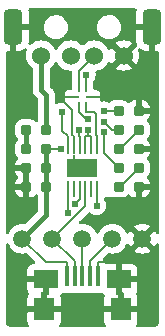
<source format=gtl>
G04 #@! TF.GenerationSoftware,KiCad,Pcbnew,(6.0.7-1)-1*
G04 #@! TF.CreationDate,2022-11-13T18:32:43+09:00*
G04 #@! TF.ProjectId,usbSerial,75736253-6572-4696-916c-2e6b69636164,V1.0*
G04 #@! TF.SameCoordinates,Original*
G04 #@! TF.FileFunction,Copper,L1,Top*
G04 #@! TF.FilePolarity,Positive*
%FSLAX46Y46*%
G04 Gerber Fmt 4.6, Leading zero omitted, Abs format (unit mm)*
G04 Created by KiCad (PCBNEW (6.0.7-1)-1) date 2022-11-13 18:32:43*
%MOMM*%
%LPD*%
G01*
G04 APERTURE LIST*
G04 Aperture macros list*
%AMRoundRect*
0 Rectangle with rounded corners*
0 $1 Rounding radius*
0 $2 $3 $4 $5 $6 $7 $8 $9 X,Y pos of 4 corners*
0 Add a 4 corners polygon primitive as box body*
4,1,4,$2,$3,$4,$5,$6,$7,$8,$9,$2,$3,0*
0 Add four circle primitives for the rounded corners*
1,1,$1+$1,$2,$3*
1,1,$1+$1,$4,$5*
1,1,$1+$1,$6,$7*
1,1,$1+$1,$8,$9*
0 Add four rect primitives between the rounded corners*
20,1,$1+$1,$2,$3,$4,$5,0*
20,1,$1+$1,$4,$5,$6,$7,0*
20,1,$1+$1,$6,$7,$8,$9,0*
20,1,$1+$1,$8,$9,$2,$3,0*%
G04 Aperture macros list end*
G04 #@! TA.AperFunction,SMDPad,CuDef*
%ADD10RoundRect,0.200000X0.250000X0.200000X-0.250000X0.200000X-0.250000X-0.200000X0.250000X-0.200000X0*%
G04 #@! TD*
G04 #@! TA.AperFunction,SMDPad,CuDef*
%ADD11R,0.300000X1.750000*%
G04 #@! TD*
G04 #@! TA.AperFunction,SMDPad,CuDef*
%ADD12R,2.100000X1.600000*%
G04 #@! TD*
G04 #@! TA.AperFunction,ComponentPad*
%ADD13R,1.800000X1.900000*%
G04 #@! TD*
G04 #@! TA.AperFunction,SMDPad,CuDef*
%ADD14R,0.150000X1.400000*%
G04 #@! TD*
G04 #@! TA.AperFunction,SMDPad,CuDef*
%ADD15R,0.150000X0.350000*%
G04 #@! TD*
G04 #@! TA.AperFunction,SMDPad,CuDef*
%ADD16R,2.500000X1.500000*%
G04 #@! TD*
G04 #@! TA.AperFunction,ComponentPad*
%ADD17C,1.500000*%
G04 #@! TD*
G04 #@! TA.AperFunction,SMDPad,CuDef*
%ADD18R,0.200000X0.675000*%
G04 #@! TD*
G04 #@! TA.AperFunction,SMDPad,CuDef*
%ADD19R,0.700000X0.200000*%
G04 #@! TD*
G04 #@! TA.AperFunction,SMDPad,CuDef*
%ADD20RoundRect,0.200000X-0.250000X-0.200000X0.250000X-0.200000X0.250000X0.200000X-0.250000X0.200000X0*%
G04 #@! TD*
G04 #@! TA.AperFunction,ComponentPad*
%ADD21C,1.524000*%
G04 #@! TD*
G04 #@! TA.AperFunction,ComponentPad*
%ADD22RoundRect,0.400000X0.400000X1.100000X-0.400000X1.100000X-0.400000X-1.100000X0.400000X-1.100000X0*%
G04 #@! TD*
G04 #@! TA.AperFunction,ViaPad*
%ADD23C,0.609600*%
G04 #@! TD*
G04 #@! TA.AperFunction,Conductor*
%ADD24C,0.152400*%
G04 #@! TD*
G04 #@! TA.AperFunction,Conductor*
%ADD25C,0.406400*%
G04 #@! TD*
G04 #@! TA.AperFunction,Conductor*
%ADD26C,0.203200*%
G04 #@! TD*
G04 APERTURE END LIST*
D10*
X-3050000Y1600000D03*
X-4750000Y1600000D03*
D11*
X-1300000Y-9125000D03*
X-650000Y-9125000D03*
X0Y-9125000D03*
X650000Y-9125000D03*
X1300000Y-9125000D03*
D12*
X3100000Y-9450000D03*
D13*
X-3250000Y-12000000D03*
D12*
X-3100000Y-9450000D03*
D13*
X3250000Y-12000000D03*
D10*
X4750000Y-1600000D03*
X3050000Y-1600000D03*
D14*
X1250000Y1800000D03*
X750000Y1800000D03*
X250000Y1800000D03*
X-250000Y1800000D03*
X-750000Y1800000D03*
X-1250000Y1800000D03*
X-1250000Y-1800000D03*
X-750000Y-1800000D03*
X-250000Y-1800000D03*
X250000Y-1800000D03*
X750000Y-1800000D03*
X1250000Y-1800000D03*
D15*
X-750000Y925000D03*
D16*
X0Y0D03*
D17*
X-5080000Y-6000000D03*
X0Y-6000000D03*
D10*
X4750000Y3200000D03*
X3050000Y3200000D03*
D17*
X2540000Y-6000000D03*
D18*
X-275000Y6787500D03*
X275000Y6787500D03*
D19*
X650000Y6000000D03*
D18*
X275000Y5212500D03*
X-275000Y5212500D03*
D19*
X-650000Y6000000D03*
D10*
X-3050000Y0D03*
X-4750000Y0D03*
D20*
X3050000Y4800000D03*
X4750000Y4800000D03*
D10*
X4750000Y0D03*
X3050000Y0D03*
X4750000Y1600000D03*
X3050000Y1600000D03*
D17*
X5080000Y-6000000D03*
D10*
X-3050000Y-1600000D03*
X-4750000Y-1600000D03*
D20*
X-4750000Y3200000D03*
X-3050000Y3200000D03*
D17*
X-2540000Y-6000000D03*
D21*
X-3500000Y9500000D03*
X-1000000Y9500000D03*
X1000000Y9500000D03*
X3500000Y9500000D03*
D22*
X-5850000Y11900000D03*
X5850000Y11900000D03*
D23*
X1800000Y3900000D03*
X-318890Y3193413D03*
X-1832502Y1600000D03*
X-2000000Y6000000D03*
X500000Y3200000D03*
X1800000Y4800000D03*
X-666300Y-3100000D03*
X308700Y7877561D03*
X-1200000Y-3800000D03*
X1833700Y3000000D03*
X-1700000Y4700000D03*
X500000Y4116300D03*
X1200000Y-3200000D03*
D24*
X2500000Y3200000D02*
X1800000Y3900000D01*
D25*
X-3050000Y1600000D02*
X-3050000Y-1600000D01*
D26*
X-3080000Y-8000000D02*
X-5080000Y-6000000D01*
D25*
X-3050000Y-1600000D02*
X-3050000Y-3970000D01*
X-3050000Y-3970000D02*
X-5080000Y-6000000D01*
D24*
X3050000Y3200000D02*
X2500000Y3200000D01*
D26*
X-1300000Y-8000000D02*
X-3080000Y-8000000D01*
D24*
X-1832502Y1600000D02*
X-3050000Y1600000D01*
D26*
X-1300000Y-9125000D02*
X-1300000Y-8000000D01*
D24*
X-318890Y2718890D02*
X-318890Y3193413D01*
X-250000Y2650000D02*
X-318890Y2718890D01*
X-250000Y1800000D02*
X-250000Y2650000D01*
X650000Y6000000D02*
X1500000Y6000000D01*
D26*
X5080000Y-6000000D02*
X3080000Y-8000000D01*
D24*
X-750000Y2650000D02*
X-903090Y2803090D01*
X-650000Y6000000D02*
X-1500000Y6000000D01*
X-903090Y4903090D02*
X-2000000Y6000000D01*
X-750000Y1800000D02*
X-750000Y2650000D01*
X-903090Y2803090D02*
X-903090Y4903090D01*
D26*
X1300000Y-9125000D02*
X1300000Y-8000000D01*
X3080000Y-8000000D02*
X1300000Y-8000000D01*
D24*
X-666300Y-3066300D02*
X-666300Y-3100000D01*
X750000Y2650000D02*
X700000Y2700000D01*
X250000Y2650000D02*
X300000Y2700000D01*
X250000Y1800000D02*
X250000Y2650000D01*
X500000Y2700000D02*
X300000Y2700000D01*
X750000Y1800000D02*
X750000Y2650000D01*
X1800000Y4800000D02*
X3050000Y4800000D01*
X500000Y2700000D02*
X500000Y3200000D01*
X-250000Y-1800000D02*
X-250000Y-2650000D01*
X-250000Y-2650000D02*
X-666300Y-3066300D01*
X700000Y2700000D02*
X500000Y2700000D01*
D26*
X3150000Y1600000D02*
X3050000Y1600000D01*
X4750000Y3200000D02*
X3150000Y1600000D01*
X4750000Y0D02*
X3150000Y-1600000D01*
X3150000Y-1600000D02*
X3050000Y-1600000D01*
D25*
X-4750000Y3200000D02*
X-4750000Y1600000D01*
X-3500000Y9500000D02*
X-3500000Y6600000D01*
X-3500000Y6600000D02*
X-3050000Y6150000D01*
X-3050000Y6150000D02*
X-3050000Y3200000D01*
D24*
X275000Y7843861D02*
X308700Y7877561D01*
X275000Y6787500D02*
X275000Y7843861D01*
X-275000Y8225000D02*
X1000000Y9500000D01*
X-275000Y6787500D02*
X-275000Y8225000D01*
X250000Y-3210000D02*
X-2540000Y-6000000D01*
X250000Y-1800000D02*
X250000Y-3210000D01*
D26*
X-650000Y-7890000D02*
X-2540000Y-6000000D01*
X-650000Y-9125000D02*
X-650000Y-7890000D01*
X0Y-9125000D02*
X0Y-6000000D01*
D24*
X-1200000Y-3800000D02*
X-1250000Y-3750000D01*
X-1250000Y-3750000D02*
X-1250000Y-1800000D01*
D26*
X650000Y-7890000D02*
X2540000Y-6000000D01*
X650000Y-9125000D02*
X650000Y-7890000D01*
D24*
X1833700Y1216300D02*
X1833700Y3000000D01*
X-1250000Y2650000D02*
X-1700000Y3100000D01*
X3050000Y0D02*
X1833700Y1216300D01*
X-1700000Y3100000D02*
X-1700000Y4700000D01*
X-1250000Y1800000D02*
X-1250000Y2650000D01*
X1150000Y4550000D02*
X1150000Y2800000D01*
X1250000Y1800000D02*
X1250000Y2700000D01*
X275000Y4725000D02*
X300000Y4700000D01*
X1250000Y2700000D02*
X1150000Y2800000D01*
X1000000Y4700000D02*
X1150000Y4550000D01*
X300000Y4700000D02*
X1000000Y4700000D01*
X275000Y5212500D02*
X275000Y4725000D01*
X-275000Y5212500D02*
X-275000Y4722600D01*
X331300Y4116300D02*
X500000Y4116300D01*
X-275000Y4722600D02*
X331300Y4116300D01*
X1250000Y-3150000D02*
X1250000Y-1800000D01*
X1200000Y-3200000D02*
X1250000Y-3150000D01*
G04 #@! TA.AperFunction,Conductor*
G36*
X4546240Y13471498D02*
G01*
X4592733Y13417842D01*
X4602837Y13347568D01*
X4597540Y13327218D01*
X4597639Y13327191D01*
X4549733Y13148403D01*
X4547786Y13137069D01*
X4542193Y13066010D01*
X4542000Y13061085D01*
X4542000Y12172115D01*
X4546475Y12156876D01*
X4547865Y12155671D01*
X4555548Y12154000D01*
X5978000Y12154000D01*
X6046121Y12133998D01*
X6092614Y12080342D01*
X6104000Y12028000D01*
X6104000Y9910115D01*
X6108475Y9894876D01*
X6109865Y9893671D01*
X6117548Y9892000D01*
X6311085Y9892000D01*
X6316013Y9892193D01*
X6355615Y9895310D01*
X6425095Y9880714D01*
X6475654Y9830871D01*
X6491500Y9769698D01*
X6491500Y-5481940D01*
X6471498Y-5550061D01*
X6417842Y-5596554D01*
X6347568Y-5606658D01*
X6282988Y-5577164D01*
X6251305Y-5535190D01*
X6175946Y-5373583D01*
X6170466Y-5364093D01*
X6141589Y-5322851D01*
X6131113Y-5314477D01*
X6117666Y-5321545D01*
X5452021Y-5987189D01*
X5444408Y-6001132D01*
X5444539Y-6002966D01*
X5448790Y-6009580D01*
X6118391Y-6679180D01*
X6130161Y-6685607D01*
X6142176Y-6676311D01*
X6170466Y-6635907D01*
X6175946Y-6626417D01*
X6251305Y-6464810D01*
X6298223Y-6411525D01*
X6366500Y-6392064D01*
X6434460Y-6412606D01*
X6480525Y-6466629D01*
X6491500Y-6518060D01*
X6491500Y-12950633D01*
X6490000Y-12970018D01*
X6489269Y-12974716D01*
X6486309Y-12993724D01*
X6487473Y-13002626D01*
X6487489Y-13002750D01*
X6487760Y-13033193D01*
X6480766Y-13095264D01*
X6474487Y-13122771D01*
X6447515Y-13199853D01*
X6435273Y-13225274D01*
X6391822Y-13294426D01*
X6374230Y-13316485D01*
X6316485Y-13374230D01*
X6294426Y-13391822D01*
X6225274Y-13435273D01*
X6199853Y-13447515D01*
X6122772Y-13474487D01*
X6095264Y-13480766D01*
X6039774Y-13487018D01*
X6024132Y-13486923D01*
X6024121Y-13487800D01*
X6015149Y-13487690D01*
X6006276Y-13486309D01*
X5997374Y-13487473D01*
X5997372Y-13487473D01*
X5986385Y-13488910D01*
X5974714Y-13490436D01*
X5958379Y-13491500D01*
X4630944Y-13491500D01*
X4562823Y-13471498D01*
X4516330Y-13417842D01*
X4506226Y-13347568D01*
X4530118Y-13289935D01*
X4594786Y-13203649D01*
X4603324Y-13188054D01*
X4648478Y-13067606D01*
X4652105Y-13052351D01*
X4657631Y-13001486D01*
X4658000Y-12994672D01*
X4658000Y-12272115D01*
X4653525Y-12256876D01*
X4652135Y-12255671D01*
X4644452Y-12254000D01*
X1860116Y-12254000D01*
X1844877Y-12258475D01*
X1843672Y-12259865D01*
X1842001Y-12267548D01*
X1842001Y-12994669D01*
X1842371Y-13001490D01*
X1847895Y-13052352D01*
X1851521Y-13067604D01*
X1896676Y-13188054D01*
X1905214Y-13203649D01*
X1969882Y-13289935D01*
X1994730Y-13356442D01*
X1979677Y-13425824D01*
X1929503Y-13476054D01*
X1869056Y-13491500D01*
X-1869056Y-13491500D01*
X-1937177Y-13471498D01*
X-1983670Y-13417842D01*
X-1993774Y-13347568D01*
X-1969882Y-13289935D01*
X-1905214Y-13203649D01*
X-1896676Y-13188054D01*
X-1851522Y-13067606D01*
X-1847895Y-13052351D01*
X-1842369Y-13001486D01*
X-1842000Y-12994672D01*
X-1842000Y-12272115D01*
X-1846475Y-12256876D01*
X-1847865Y-12255671D01*
X-1855548Y-12254000D01*
X-4639884Y-12254000D01*
X-4655123Y-12258475D01*
X-4656328Y-12259865D01*
X-4657999Y-12267548D01*
X-4657999Y-12994669D01*
X-4657629Y-13001490D01*
X-4652105Y-13052352D01*
X-4648479Y-13067604D01*
X-4603324Y-13188054D01*
X-4594786Y-13203649D01*
X-4530118Y-13289935D01*
X-4505270Y-13356442D01*
X-4520323Y-13425824D01*
X-4570497Y-13476054D01*
X-4630944Y-13491500D01*
X-5950634Y-13491500D01*
X-5970019Y-13490000D01*
X-5984852Y-13487690D01*
X-5984856Y-13487690D01*
X-5993725Y-13486309D01*
X-6002627Y-13487473D01*
X-6002632Y-13487473D01*
X-6002751Y-13487489D01*
X-6033188Y-13487760D01*
X-6095263Y-13480766D01*
X-6122768Y-13474488D01*
X-6199859Y-13447513D01*
X-6225275Y-13435273D01*
X-6294427Y-13391822D01*
X-6316486Y-13374230D01*
X-6374230Y-13316486D01*
X-6391822Y-13294427D01*
X-6391823Y-13294426D01*
X-6435274Y-13225273D01*
X-6447513Y-13199859D01*
X-6474488Y-13122768D01*
X-6480766Y-13095264D01*
X-6487018Y-13039776D01*
X-6486923Y-13024133D01*
X-6487800Y-13024122D01*
X-6487690Y-13015150D01*
X-6486309Y-13006277D01*
X-6489110Y-12984852D01*
X-6490436Y-12974716D01*
X-6491500Y-12958379D01*
X-6491500Y-11727885D01*
X-4658000Y-11727885D01*
X-4653525Y-11743124D01*
X-4652135Y-11744329D01*
X-4644452Y-11746000D01*
X-3522115Y-11746000D01*
X-3506876Y-11741525D01*
X-3505671Y-11740135D01*
X-3504000Y-11732452D01*
X-3504000Y-10628000D01*
X-3483998Y-10559879D01*
X-3430342Y-10513386D01*
X-3378000Y-10502000D01*
X-3372115Y-10502000D01*
X-3356876Y-10497525D01*
X-3355671Y-10496135D01*
X-3354000Y-10488452D01*
X-3354000Y-9722115D01*
X-3358475Y-9706876D01*
X-3359865Y-9705671D01*
X-3367548Y-9704000D01*
X-4639884Y-9704000D01*
X-4655123Y-9708475D01*
X-4656328Y-9709865D01*
X-4657999Y-9717548D01*
X-4657999Y-10294669D01*
X-4657629Y-10301490D01*
X-4652105Y-10352352D01*
X-4648479Y-10367604D01*
X-4603324Y-10488054D01*
X-4594789Y-10503644D01*
X-4541734Y-10574435D01*
X-4516887Y-10640942D01*
X-4531940Y-10710324D01*
X-4541734Y-10725565D01*
X-4594789Y-10796356D01*
X-4603324Y-10811946D01*
X-4648478Y-10932394D01*
X-4652105Y-10947649D01*
X-4657631Y-10998514D01*
X-4658000Y-11005328D01*
X-4658000Y-11727885D01*
X-6491500Y-11727885D01*
X-6491500Y-6519241D01*
X-6471498Y-6451120D01*
X-6417842Y-6404627D01*
X-6347568Y-6394523D01*
X-6282988Y-6424017D01*
X-6251306Y-6465990D01*
X-6236081Y-6498640D01*
X-6176382Y-6626666D01*
X-6176379Y-6626671D01*
X-6174056Y-6631653D01*
X-6170900Y-6636160D01*
X-6170899Y-6636162D01*
X-6142199Y-6677149D01*
X-6047749Y-6812038D01*
X-5892038Y-6967749D01*
X-5711654Y-7094056D01*
X-5512076Y-7187120D01*
X-5299371Y-7244115D01*
X-5080000Y-7263307D01*
X-4860629Y-7244115D01*
X-4803183Y-7228722D01*
X-4732208Y-7230412D01*
X-4681477Y-7261334D01*
X-4015906Y-7926906D01*
X-3981881Y-7989218D01*
X-3986946Y-8060034D01*
X-4029493Y-8116869D01*
X-4096013Y-8141680D01*
X-4105002Y-8142001D01*
X-4194669Y-8142001D01*
X-4201490Y-8142371D01*
X-4252352Y-8147895D01*
X-4267604Y-8151521D01*
X-4388054Y-8196676D01*
X-4403649Y-8205214D01*
X-4505724Y-8281715D01*
X-4518285Y-8294276D01*
X-4594786Y-8396351D01*
X-4603324Y-8411946D01*
X-4648478Y-8532394D01*
X-4652105Y-8547649D01*
X-4657631Y-8598514D01*
X-4658000Y-8605328D01*
X-4658000Y-9177885D01*
X-4653525Y-9193124D01*
X-4652135Y-9194329D01*
X-4644452Y-9196000D01*
X-2972000Y-9196000D01*
X-2903879Y-9216002D01*
X-2857386Y-9269658D01*
X-2846000Y-9322000D01*
X-2846000Y-10672000D01*
X-2866002Y-10740121D01*
X-2919658Y-10786614D01*
X-2972000Y-10798000D01*
X-2977885Y-10798000D01*
X-2993124Y-10802475D01*
X-2994329Y-10803865D01*
X-2996000Y-10811548D01*
X-2996000Y-11727885D01*
X-2991525Y-11743124D01*
X-2990135Y-11744329D01*
X-2982452Y-11746000D01*
X-1860116Y-11746000D01*
X-1844877Y-11741525D01*
X-1843672Y-11740135D01*
X-1842001Y-11732452D01*
X-1842001Y-11005331D01*
X-1842371Y-10998510D01*
X-1847895Y-10947648D01*
X-1851521Y-10932397D01*
X-1877709Y-10862541D01*
X-1882892Y-10791734D01*
X-1848972Y-10729365D01*
X-1818633Y-10709799D01*
X-1819818Y-10707634D01*
X-1796351Y-10694786D01*
X-1703468Y-10625174D01*
X-1636961Y-10600326D01*
X-1627903Y-10600000D01*
X1627903Y-10600000D01*
X1696024Y-10620002D01*
X1703468Y-10625174D01*
X1796351Y-10694786D01*
X1819818Y-10707634D01*
X1818028Y-10710903D01*
X1860709Y-10742954D01*
X1885419Y-10809512D01*
X1877709Y-10862541D01*
X1851522Y-10932395D01*
X1847895Y-10947649D01*
X1842369Y-10998514D01*
X1842000Y-11005328D01*
X1842000Y-11727885D01*
X1846475Y-11743124D01*
X1847865Y-11744329D01*
X1855548Y-11746000D01*
X2977885Y-11746000D01*
X2993124Y-11741525D01*
X2994329Y-11740135D01*
X2996000Y-11732452D01*
X2996000Y-10816115D01*
X2991525Y-10800876D01*
X2990135Y-10799671D01*
X2982452Y-10798000D01*
X2972000Y-10798000D01*
X2903879Y-10777998D01*
X2857386Y-10724342D01*
X2846000Y-10672000D01*
X2846000Y-10483885D01*
X3354000Y-10483885D01*
X3358475Y-10499124D01*
X3359865Y-10500329D01*
X3367548Y-10502000D01*
X3378000Y-10502000D01*
X3446121Y-10522002D01*
X3492614Y-10575658D01*
X3504000Y-10628000D01*
X3504000Y-11727885D01*
X3508475Y-11743124D01*
X3509865Y-11744329D01*
X3517548Y-11746000D01*
X4639884Y-11746000D01*
X4655123Y-11741525D01*
X4656328Y-11740135D01*
X4657999Y-11732452D01*
X4657999Y-11005331D01*
X4657629Y-10998510D01*
X4652105Y-10947648D01*
X4648479Y-10932396D01*
X4603324Y-10811946D01*
X4594789Y-10796356D01*
X4541734Y-10725565D01*
X4516887Y-10659058D01*
X4531940Y-10589676D01*
X4541734Y-10574435D01*
X4594789Y-10503644D01*
X4603324Y-10488054D01*
X4648478Y-10367606D01*
X4652105Y-10352351D01*
X4657631Y-10301486D01*
X4658000Y-10294672D01*
X4658000Y-9722115D01*
X4653525Y-9706876D01*
X4652135Y-9705671D01*
X4644452Y-9704000D01*
X3372115Y-9704000D01*
X3356876Y-9708475D01*
X3355671Y-9709865D01*
X3354000Y-9717548D01*
X3354000Y-10483885D01*
X2846000Y-10483885D01*
X2846000Y-9177885D01*
X3354000Y-9177885D01*
X3358475Y-9193124D01*
X3359865Y-9194329D01*
X3367548Y-9196000D01*
X4639884Y-9196000D01*
X4655123Y-9191525D01*
X4656328Y-9190135D01*
X4657999Y-9182452D01*
X4657999Y-8605331D01*
X4657629Y-8598510D01*
X4652105Y-8547648D01*
X4648479Y-8532396D01*
X4603324Y-8411946D01*
X4594786Y-8396351D01*
X4518285Y-8294276D01*
X4505724Y-8281715D01*
X4403649Y-8205214D01*
X4388054Y-8196676D01*
X4267606Y-8151522D01*
X4252351Y-8147895D01*
X4201486Y-8142369D01*
X4194672Y-8142000D01*
X3372115Y-8142000D01*
X3356876Y-8146475D01*
X3355671Y-8147865D01*
X3354000Y-8155548D01*
X3354000Y-9177885D01*
X2846000Y-9177885D01*
X2846000Y-8160116D01*
X2841525Y-8144877D01*
X2840135Y-8143672D01*
X2832452Y-8142001D01*
X2039407Y-8142001D01*
X1971286Y-8121999D01*
X1924793Y-8068343D01*
X1921425Y-8060230D01*
X1903325Y-8011948D01*
X1894786Y-7996351D01*
X1818285Y-7894276D01*
X1805723Y-7881714D01*
X1759323Y-7846939D01*
X1716808Y-7790079D01*
X1711782Y-7719261D01*
X1745793Y-7657018D01*
X2141478Y-7261333D01*
X2203790Y-7227307D01*
X2263182Y-7228722D01*
X2306644Y-7240368D01*
X2315314Y-7242691D01*
X2315316Y-7242691D01*
X2320629Y-7244115D01*
X2540000Y-7263307D01*
X2759371Y-7244115D01*
X2972076Y-7187120D01*
X3171654Y-7094056D01*
X3234342Y-7050161D01*
X4394393Y-7050161D01*
X4403687Y-7062175D01*
X4444088Y-7090464D01*
X4453584Y-7095947D01*
X4643113Y-7184326D01*
X4653405Y-7188072D01*
X4855401Y-7242196D01*
X4866196Y-7244099D01*
X5074525Y-7262326D01*
X5085475Y-7262326D01*
X5293804Y-7244099D01*
X5304599Y-7242196D01*
X5506595Y-7188072D01*
X5516887Y-7184326D01*
X5706416Y-7095947D01*
X5715912Y-7090464D01*
X5757148Y-7061590D01*
X5765523Y-7051112D01*
X5758457Y-7037668D01*
X5092811Y-6372021D01*
X5078868Y-6364408D01*
X5077034Y-6364539D01*
X5070420Y-6368790D01*
X4400820Y-7038391D01*
X4394393Y-7050161D01*
X3234342Y-7050161D01*
X3352038Y-6967749D01*
X3507749Y-6812038D01*
X3602200Y-6677149D01*
X3630899Y-6636162D01*
X3630900Y-6636160D01*
X3634056Y-6631653D01*
X3636379Y-6626671D01*
X3636382Y-6626666D01*
X3696081Y-6498640D01*
X3742998Y-6445355D01*
X3811276Y-6425894D01*
X3879236Y-6446436D01*
X3924471Y-6498640D01*
X3984054Y-6626417D01*
X3989534Y-6635907D01*
X4018411Y-6677149D01*
X4028887Y-6685523D01*
X4042334Y-6678455D01*
X4707979Y-6012811D01*
X4715592Y-5998868D01*
X4715461Y-5997034D01*
X4711210Y-5990420D01*
X4041609Y-5320820D01*
X4029839Y-5314393D01*
X4017824Y-5323689D01*
X3989534Y-5364093D01*
X3984054Y-5373583D01*
X3924471Y-5501360D01*
X3877554Y-5554645D01*
X3809276Y-5574106D01*
X3741316Y-5553564D01*
X3696081Y-5501360D01*
X3636382Y-5373334D01*
X3636379Y-5373329D01*
X3634056Y-5368347D01*
X3602786Y-5323689D01*
X3510908Y-5192473D01*
X3510906Y-5192470D01*
X3507749Y-5187962D01*
X3352038Y-5032251D01*
X3232983Y-4948887D01*
X4394477Y-4948887D01*
X4401545Y-4962334D01*
X5067189Y-5627979D01*
X5081132Y-5635592D01*
X5082966Y-5635461D01*
X5089580Y-5631210D01*
X5759180Y-4961609D01*
X5765607Y-4949839D01*
X5756313Y-4937825D01*
X5715912Y-4909536D01*
X5706416Y-4904053D01*
X5516887Y-4815674D01*
X5506595Y-4811928D01*
X5304599Y-4757804D01*
X5293804Y-4755901D01*
X5085475Y-4737674D01*
X5074525Y-4737674D01*
X4866196Y-4755901D01*
X4855401Y-4757804D01*
X4653405Y-4811928D01*
X4643113Y-4815674D01*
X4453583Y-4904054D01*
X4444093Y-4909534D01*
X4402851Y-4938411D01*
X4394477Y-4948887D01*
X3232983Y-4948887D01*
X3171654Y-4905944D01*
X2972076Y-4812880D01*
X2759371Y-4755885D01*
X2540000Y-4736693D01*
X2320629Y-4755885D01*
X2107924Y-4812880D01*
X2014562Y-4856415D01*
X1913334Y-4903618D01*
X1913329Y-4903621D01*
X1908347Y-4905944D01*
X1903840Y-4909100D01*
X1903838Y-4909101D01*
X1732473Y-5029092D01*
X1732470Y-5029094D01*
X1727962Y-5032251D01*
X1572251Y-5187962D01*
X1569094Y-5192470D01*
X1569092Y-5192473D01*
X1477214Y-5323689D01*
X1445944Y-5368347D01*
X1443621Y-5373329D01*
X1443618Y-5373334D01*
X1384195Y-5500769D01*
X1337278Y-5554054D01*
X1269001Y-5573515D01*
X1201041Y-5552973D01*
X1155805Y-5500769D01*
X1096382Y-5373334D01*
X1096379Y-5373329D01*
X1094056Y-5368347D01*
X1062786Y-5323689D01*
X970908Y-5192473D01*
X970906Y-5192470D01*
X967749Y-5187962D01*
X812038Y-5032251D01*
X631654Y-4905944D01*
X432076Y-4812880D01*
X219371Y-4755885D01*
X0Y-4736693D01*
X-148065Y-4749647D01*
X-217669Y-4735658D01*
X-268662Y-4686258D01*
X-284852Y-4617132D01*
X-261100Y-4550227D01*
X-248141Y-4535031D01*
X478559Y-3808331D01*
X540871Y-3774305D01*
X611686Y-3779370D01*
X658290Y-3809899D01*
X678303Y-3830623D01*
X684195Y-3834478D01*
X684199Y-3834482D01*
X825085Y-3926675D01*
X830981Y-3930533D01*
X837585Y-3932989D01*
X837587Y-3932990D01*
X890110Y-3952523D01*
X1002000Y-3994135D01*
X1182860Y-4018267D01*
X1189871Y-4017629D01*
X1189875Y-4017629D01*
X1329580Y-4004914D01*
X1364571Y-4001729D01*
X1371273Y-3999551D01*
X1371275Y-3999551D01*
X1531405Y-3947522D01*
X1531408Y-3947521D01*
X1538104Y-3945345D01*
X1562952Y-3930533D01*
X1688777Y-3855527D01*
X1688780Y-3855525D01*
X1694832Y-3851917D01*
X1776332Y-3774305D01*
X1821862Y-3730948D01*
X1821864Y-3730945D01*
X1826966Y-3726087D01*
X1927939Y-3574110D01*
X1942938Y-3534625D01*
X1990233Y-3410122D01*
X1990234Y-3410117D01*
X1992733Y-3403539D01*
X1993713Y-3396567D01*
X2017576Y-3226775D01*
X2017576Y-3226770D01*
X2018127Y-3222852D01*
X2018446Y-3200000D01*
X1998107Y-3018675D01*
X1938101Y-2846361D01*
X1853846Y-2711524D01*
X1834700Y-2644754D01*
X1834700Y-2626000D01*
X1854702Y-2557879D01*
X1908358Y-2511386D01*
X1960700Y-2500000D01*
X2652296Y-2500000D01*
X2669917Y-2501746D01*
X2669938Y-2501753D01*
X2743365Y-2508500D01*
X2746263Y-2508500D01*
X3050795Y-2508499D01*
X3356634Y-2508499D01*
X3359492Y-2508236D01*
X3359501Y-2508236D01*
X3395004Y-2504974D01*
X3430062Y-2501753D01*
X3438030Y-2499256D01*
X3586450Y-2452744D01*
X3586452Y-2452743D01*
X3593699Y-2450472D01*
X3740381Y-2361639D01*
X3811259Y-2290761D01*
X3873571Y-2256735D01*
X3944386Y-2261800D01*
X3989449Y-2290761D01*
X4054557Y-2355869D01*
X4066426Y-2365176D01*
X4200012Y-2446079D01*
X4213757Y-2452285D01*
X4363644Y-2499256D01*
X4376694Y-2501869D01*
X4440521Y-2507734D01*
X4446309Y-2508000D01*
X4477885Y-2508000D01*
X4493124Y-2503525D01*
X4494329Y-2502135D01*
X4496000Y-2494452D01*
X4496000Y-2489884D01*
X5004000Y-2489884D01*
X5008475Y-2505123D01*
X5009865Y-2506328D01*
X5017548Y-2507999D01*
X5053705Y-2507999D01*
X5059454Y-2507736D01*
X5123315Y-2501868D01*
X5136351Y-2499257D01*
X5286243Y-2452285D01*
X5299988Y-2446079D01*
X5433574Y-2365176D01*
X5445443Y-2355869D01*
X5555869Y-2245443D01*
X5565176Y-2233574D01*
X5646079Y-2099988D01*
X5652285Y-2086243D01*
X5699256Y-1936356D01*
X5701869Y-1923306D01*
X5706913Y-1868414D01*
X5703525Y-1856876D01*
X5702135Y-1855671D01*
X5694452Y-1854000D01*
X5022115Y-1854000D01*
X5006876Y-1858475D01*
X5005671Y-1859865D01*
X5004000Y-1867548D01*
X5004000Y-2489884D01*
X4496000Y-2489884D01*
X4496000Y-1472000D01*
X4516002Y-1403879D01*
X4569658Y-1357386D01*
X4622000Y-1346000D01*
X5689884Y-1346000D01*
X5705123Y-1341525D01*
X5706328Y-1340135D01*
X5707291Y-1335706D01*
X5701868Y-1276685D01*
X5699257Y-1263649D01*
X5652285Y-1113757D01*
X5646079Y-1100012D01*
X5565176Y-966426D01*
X5555869Y-954557D01*
X5490761Y-889449D01*
X5456735Y-827137D01*
X5461800Y-756322D01*
X5490761Y-711259D01*
X5561639Y-640381D01*
X5650472Y-493699D01*
X5701753Y-330062D01*
X5708500Y-256635D01*
X5708499Y256634D01*
X5701753Y330062D01*
X5650472Y493699D01*
X5561639Y640381D01*
X5490761Y711259D01*
X5456735Y773571D01*
X5461800Y844386D01*
X5490761Y889449D01*
X5555869Y954557D01*
X5565176Y966426D01*
X5646079Y1100012D01*
X5652285Y1113757D01*
X5699256Y1263644D01*
X5701869Y1276694D01*
X5706913Y1331586D01*
X5703525Y1343124D01*
X5702135Y1344329D01*
X5694452Y1346000D01*
X4622000Y1346000D01*
X4553879Y1366002D01*
X4507386Y1419658D01*
X4496000Y1472000D01*
X4496000Y1728000D01*
X4516002Y1796121D01*
X4569658Y1842614D01*
X4622000Y1854000D01*
X5689884Y1854000D01*
X5705123Y1858475D01*
X5706328Y1859865D01*
X5707291Y1864294D01*
X5701868Y1923315D01*
X5699257Y1936351D01*
X5652285Y2086243D01*
X5646079Y2099988D01*
X5565176Y2233574D01*
X5555869Y2245443D01*
X5490761Y2310551D01*
X5456735Y2372863D01*
X5461800Y2443678D01*
X5490761Y2488741D01*
X5561639Y2559619D01*
X5650472Y2706301D01*
X5654714Y2719835D01*
X5699752Y2863554D01*
X5701753Y2869938D01*
X5708500Y2943365D01*
X5708499Y3456634D01*
X5708234Y3459526D01*
X5702364Y3523408D01*
X5701753Y3530062D01*
X5650472Y3693699D01*
X5561639Y3840381D01*
X5490761Y3911259D01*
X5456735Y3973571D01*
X5461800Y4044386D01*
X5490761Y4089449D01*
X5555869Y4154557D01*
X5565176Y4166426D01*
X5646079Y4300012D01*
X5652285Y4313757D01*
X5699256Y4463644D01*
X5701869Y4476694D01*
X5706913Y4531586D01*
X5703525Y4543124D01*
X5702135Y4544329D01*
X5694452Y4546000D01*
X4622000Y4546000D01*
X4553879Y4566002D01*
X4507386Y4619658D01*
X4496000Y4672000D01*
X4496000Y5072115D01*
X5004000Y5072115D01*
X5008475Y5056876D01*
X5009865Y5055671D01*
X5017548Y5054000D01*
X5689884Y5054000D01*
X5705123Y5058475D01*
X5706328Y5059865D01*
X5707291Y5064294D01*
X5701868Y5123315D01*
X5699257Y5136351D01*
X5652285Y5286243D01*
X5646079Y5299988D01*
X5565176Y5433574D01*
X5555869Y5445443D01*
X5445443Y5555869D01*
X5433574Y5565176D01*
X5299988Y5646079D01*
X5286243Y5652285D01*
X5136356Y5699256D01*
X5123306Y5701869D01*
X5059479Y5707734D01*
X5053691Y5708000D01*
X5022115Y5708000D01*
X5006876Y5703525D01*
X5005671Y5702135D01*
X5004000Y5694452D01*
X5004000Y5072115D01*
X4496000Y5072115D01*
X4496000Y5689884D01*
X4491525Y5705123D01*
X4490135Y5706328D01*
X4482452Y5707999D01*
X4446295Y5707999D01*
X4440546Y5707736D01*
X4376685Y5701868D01*
X4363649Y5699257D01*
X4213757Y5652285D01*
X4200012Y5646079D01*
X4066426Y5565176D01*
X4054557Y5555869D01*
X3989449Y5490761D01*
X3927137Y5456735D01*
X3856322Y5461800D01*
X3811259Y5490761D01*
X3740381Y5561639D01*
X3593699Y5650472D01*
X3586452Y5652743D01*
X3586450Y5652744D01*
X3513870Y5675489D01*
X3430062Y5701753D01*
X3356635Y5708500D01*
X3353737Y5708500D01*
X3049205Y5708499D01*
X2743366Y5708499D01*
X2740508Y5708236D01*
X2740499Y5708236D01*
X2706619Y5705123D01*
X2669938Y5701753D01*
X2663560Y5699754D01*
X2663559Y5699754D01*
X2513550Y5652744D01*
X2513548Y5652743D01*
X2506301Y5650472D01*
X2359619Y5561639D01*
X2337105Y5539125D01*
X2274793Y5505099D01*
X2203978Y5510164D01*
X2180498Y5521834D01*
X2164740Y5531834D01*
X2164737Y5531835D01*
X2158783Y5535614D01*
X2052090Y5573606D01*
X1993527Y5594460D01*
X1993525Y5594461D01*
X1986893Y5596822D01*
X1979907Y5597655D01*
X1979903Y5597656D01*
X1850326Y5613106D01*
X1805714Y5618426D01*
X1798711Y5617690D01*
X1798710Y5617690D01*
X1624582Y5599389D01*
X1554744Y5612161D01*
X1502897Y5660663D01*
X1485503Y5729496D01*
X1493431Y5768931D01*
X1498478Y5782393D01*
X1502105Y5797649D01*
X1507631Y5848514D01*
X1508000Y5855327D01*
X1507999Y6144668D01*
X1507629Y6151490D01*
X1502105Y6202352D01*
X1498479Y6217604D01*
X1453324Y6338054D01*
X1444786Y6353649D01*
X1368285Y6455724D01*
X1355724Y6468285D01*
X1253649Y6544786D01*
X1238054Y6553324D01*
X1117606Y6598478D01*
X1102351Y6602105D01*
X1051486Y6607631D01*
X1044672Y6608000D01*
X1009500Y6608000D01*
X941379Y6628002D01*
X894886Y6681658D01*
X883500Y6734000D01*
X883500Y7173134D01*
X883131Y7176533D01*
X877559Y7227826D01*
X890087Y7297708D01*
X915928Y7332677D01*
X930562Y7346613D01*
X930564Y7346616D01*
X935666Y7351474D01*
X1036639Y7503451D01*
X1051638Y7542936D01*
X1098933Y7667439D01*
X1098934Y7667444D01*
X1101433Y7674022D01*
X1126827Y7854709D01*
X1127146Y7877561D01*
X1106807Y8058886D01*
X1100861Y8075961D01*
X1097346Y8146868D01*
X1132725Y8208421D01*
X1195767Y8241076D01*
X1208867Y8242919D01*
X1215974Y8243541D01*
X1215983Y8243543D01*
X1221463Y8244022D01*
X1365051Y8282497D01*
X1430886Y8300137D01*
X1430888Y8300138D01*
X1436196Y8301560D01*
X1442190Y8304355D01*
X1632690Y8393186D01*
X1632695Y8393189D01*
X1637677Y8395512D01*
X1702959Y8441223D01*
X2805777Y8441223D01*
X2815074Y8429207D01*
X2858069Y8399102D01*
X2867555Y8393624D01*
X3058993Y8304355D01*
X3069285Y8300609D01*
X3273309Y8245941D01*
X3284104Y8244038D01*
X3494525Y8225628D01*
X3505475Y8225628D01*
X3715896Y8244038D01*
X3726691Y8245941D01*
X3930715Y8300609D01*
X3941007Y8304355D01*
X4132445Y8393624D01*
X4141931Y8399102D01*
X4185764Y8429793D01*
X4194139Y8440271D01*
X4187071Y8453719D01*
X3512812Y9127978D01*
X3498868Y9135592D01*
X3497035Y9135461D01*
X3490420Y9131210D01*
X2812207Y8452997D01*
X2805777Y8441223D01*
X1702959Y8441223D01*
X1765429Y8484965D01*
X1815270Y8519864D01*
X1815273Y8519866D01*
X1819781Y8523023D01*
X1976977Y8680219D01*
X2064894Y8805777D01*
X2101331Y8857815D01*
X2101332Y8857817D01*
X2104488Y8862324D01*
X2106811Y8867306D01*
X2106814Y8867311D01*
X2136081Y8930075D01*
X2182999Y8983360D01*
X2251276Y9002821D01*
X2319236Y8982279D01*
X2364471Y8930075D01*
X2393623Y8867559D01*
X2399103Y8858068D01*
X2429794Y8814235D01*
X2440271Y8805860D01*
X2453718Y8812928D01*
X3127978Y9487188D01*
X3134356Y9498868D01*
X3864408Y9498868D01*
X3864539Y9497035D01*
X3868790Y9490420D01*
X4547003Y8812207D01*
X4558777Y8805777D01*
X4570793Y8815074D01*
X4600897Y8858068D01*
X4606377Y8867559D01*
X4695645Y9058993D01*
X4699391Y9069285D01*
X4754059Y9273309D01*
X4755962Y9284104D01*
X4774372Y9494525D01*
X4774372Y9505475D01*
X4755962Y9715896D01*
X4754059Y9726691D01*
X4699390Y9930719D01*
X4695452Y9941538D01*
X4690949Y10012392D01*
X4725468Y10074432D01*
X4788048Y10107961D01*
X4858821Y10102334D01*
X4893147Y10082552D01*
X4947610Y10038448D01*
X4958625Y10031295D01*
X5116930Y9950635D01*
X5129183Y9945931D01*
X5301597Y9899733D01*
X5312931Y9897786D01*
X5383990Y9892193D01*
X5388915Y9892000D01*
X5577885Y9892000D01*
X5593124Y9896475D01*
X5594329Y9897865D01*
X5596000Y9905548D01*
X5596000Y11627885D01*
X5591525Y11643124D01*
X5590135Y11644329D01*
X5582452Y11646000D01*
X4560115Y11646000D01*
X4544876Y11641525D01*
X4543671Y11640135D01*
X4542000Y11632452D01*
X4542000Y10738916D01*
X4542193Y10733990D01*
X4547786Y10662931D01*
X4549733Y10651597D01*
X4595931Y10479183D01*
X4600635Y10466930D01*
X4645144Y10379575D01*
X4658248Y10309798D01*
X4631548Y10244013D01*
X4591502Y10210841D01*
X4546281Y10187071D01*
X3872022Y9512812D01*
X3864408Y9498868D01*
X3134356Y9498868D01*
X3135592Y9501132D01*
X3135461Y9502965D01*
X3131210Y9509580D01*
X2452997Y10187793D01*
X2441223Y10194223D01*
X2429207Y10184926D01*
X2399103Y10141932D01*
X2393623Y10132441D01*
X2364471Y10069925D01*
X2317553Y10016640D01*
X2249276Y9997179D01*
X2181316Y10017721D01*
X2136081Y10069925D01*
X2106814Y10132689D01*
X2106811Y10132694D01*
X2104488Y10137676D01*
X2101331Y10142185D01*
X1980136Y10315270D01*
X1980134Y10315273D01*
X1976977Y10319781D01*
X1819781Y10476977D01*
X1815273Y10480134D01*
X1815270Y10480136D01*
X1739505Y10533187D01*
X1701599Y10559729D01*
X2805860Y10559729D01*
X2812928Y10546282D01*
X3487188Y9872022D01*
X3501132Y9864408D01*
X3502965Y9864539D01*
X3509580Y9868790D01*
X4187793Y10547003D01*
X4194223Y10558777D01*
X4184926Y10570793D01*
X4141931Y10600898D01*
X4132445Y10606376D01*
X3941007Y10695645D01*
X3930715Y10699391D01*
X3726691Y10754059D01*
X3715896Y10755962D01*
X3505475Y10774372D01*
X3494525Y10774372D01*
X3284104Y10755962D01*
X3273309Y10754059D01*
X3069285Y10699391D01*
X3058993Y10695645D01*
X2867559Y10606377D01*
X2858068Y10600897D01*
X2814235Y10570206D01*
X2805860Y10559729D01*
X1701599Y10559729D01*
X1637677Y10604488D01*
X1632695Y10606811D01*
X1632690Y10606814D01*
X1441178Y10696117D01*
X1441177Y10696118D01*
X1436196Y10698440D01*
X1430888Y10699862D01*
X1430886Y10699863D01*
X1365051Y10717503D01*
X1221463Y10755978D01*
X1000000Y10775353D01*
X778537Y10755978D01*
X634949Y10717503D01*
X569114Y10699863D01*
X569112Y10699862D01*
X563804Y10698440D01*
X558823Y10696118D01*
X558822Y10696117D01*
X367311Y10606814D01*
X367306Y10606811D01*
X362324Y10604488D01*
X357817Y10601332D01*
X357815Y10601331D01*
X184730Y10480136D01*
X184727Y10480134D01*
X180219Y10476977D01*
X89095Y10385853D01*
X26783Y10351827D01*
X-44032Y10356892D01*
X-89095Y10385853D01*
X-180219Y10476977D01*
X-184727Y10480134D01*
X-184730Y10480136D01*
X-260495Y10533187D01*
X-362323Y10604488D01*
X-367305Y10606811D01*
X-367310Y10606814D01*
X-558822Y10696117D01*
X-558823Y10696118D01*
X-563804Y10698440D01*
X-569112Y10699862D01*
X-569114Y10699863D01*
X-634949Y10717503D01*
X-778537Y10755978D01*
X-1000000Y10775353D01*
X-1221463Y10755978D01*
X-1365051Y10717503D01*
X-1430886Y10699863D01*
X-1430888Y10699862D01*
X-1436196Y10698440D01*
X-1441177Y10696118D01*
X-1441178Y10696117D01*
X-1632689Y10606814D01*
X-1632694Y10606811D01*
X-1637676Y10604488D01*
X-1642183Y10601332D01*
X-1642185Y10601331D01*
X-1815270Y10480136D01*
X-1815273Y10480134D01*
X-1819781Y10476977D01*
X-1976977Y10319781D01*
X-1980134Y10315273D01*
X-1980136Y10315270D01*
X-2101331Y10142185D01*
X-2104488Y10137676D01*
X-2106811Y10132694D01*
X-2106814Y10132689D01*
X-2135805Y10070517D01*
X-2182723Y10017232D01*
X-2251000Y9997771D01*
X-2318960Y10018313D01*
X-2364195Y10070517D01*
X-2393186Y10132689D01*
X-2393189Y10132694D01*
X-2395512Y10137676D01*
X-2398669Y10142185D01*
X-2519864Y10315270D01*
X-2519866Y10315273D01*
X-2523023Y10319781D01*
X-2680219Y10476977D01*
X-2684727Y10480134D01*
X-2684730Y10480136D01*
X-2760495Y10533187D01*
X-2862323Y10604488D01*
X-2867305Y10606811D01*
X-2867310Y10606814D01*
X-3058822Y10696117D01*
X-3058823Y10696118D01*
X-3063804Y10698440D01*
X-3069112Y10699862D01*
X-3069114Y10699863D01*
X-3134949Y10717503D01*
X-3278537Y10755978D01*
X-3500000Y10775353D01*
X-3721463Y10755978D01*
X-3865051Y10717503D01*
X-3930886Y10699863D01*
X-3930888Y10699862D01*
X-3936196Y10698440D01*
X-3941177Y10696118D01*
X-3941178Y10696117D01*
X-4132689Y10606814D01*
X-4132694Y10606811D01*
X-4137676Y10604488D01*
X-4142183Y10601332D01*
X-4142185Y10601331D01*
X-4315270Y10480136D01*
X-4315273Y10480134D01*
X-4319781Y10476977D01*
X-4365309Y10431449D01*
X-4427621Y10397423D01*
X-4498436Y10402488D01*
X-4555272Y10445035D01*
X-4580083Y10511555D01*
X-4576111Y10553155D01*
X-4549733Y10651598D01*
X-4547786Y10662931D01*
X-4542193Y10733990D01*
X-4542000Y10738916D01*
X-4542000Y11627885D01*
X-4546475Y11643124D01*
X-4547865Y11644329D01*
X-4555548Y11646000D01*
X-5577885Y11646000D01*
X-5593124Y11641525D01*
X-5594329Y11640135D01*
X-5596000Y11632452D01*
X-5596000Y9910115D01*
X-5591525Y9894876D01*
X-5590135Y9893671D01*
X-5582452Y9892000D01*
X-5388915Y9892000D01*
X-5383990Y9892193D01*
X-5312931Y9897786D01*
X-5301597Y9899733D01*
X-5129183Y9945931D01*
X-5116930Y9950635D01*
X-4958625Y10031295D01*
X-4947610Y10038448D01*
X-4893904Y10081939D01*
X-4828377Y10109265D01*
X-4758479Y10096825D01*
X-4706402Y10048571D01*
X-4688680Y9979822D01*
X-4696190Y9941021D01*
X-4698440Y9936196D01*
X-4755978Y9721463D01*
X-4775353Y9500000D01*
X-4755978Y9278537D01*
X-4698440Y9063804D01*
X-4696118Y9058823D01*
X-4696117Y9058822D01*
X-4606814Y8867311D01*
X-4606811Y8867306D01*
X-4604488Y8862324D01*
X-4601332Y8857817D01*
X-4601331Y8857815D01*
X-4564893Y8805777D01*
X-4476977Y8680219D01*
X-4319781Y8523023D01*
X-4315273Y8519866D01*
X-4315270Y8519864D01*
X-4265429Y8484965D01*
X-4221101Y8429508D01*
X-4211700Y8381752D01*
X-4211700Y6629030D01*
X-4211992Y6620460D01*
X-4213243Y6602105D01*
X-4215945Y6562479D01*
X-4214640Y6555003D01*
X-4214640Y6555000D01*
X-4204904Y6499217D01*
X-4203941Y6492692D01*
X-4196232Y6428989D01*
X-4193546Y6421881D01*
X-4192981Y6419581D01*
X-4188314Y6402520D01*
X-4187634Y6400266D01*
X-4186328Y6392785D01*
X-4162302Y6338054D01*
X-4160525Y6334005D01*
X-4158033Y6327898D01*
X-4155430Y6321011D01*
X-4135343Y6267851D01*
X-4131044Y6261596D01*
X-4129951Y6259505D01*
X-4121345Y6244043D01*
X-4120142Y6242009D01*
X-4117089Y6235054D01*
X-4112466Y6229029D01*
X-4112463Y6229024D01*
X-4078012Y6184126D01*
X-4074136Y6178791D01*
X-4042082Y6132153D01*
X-4042077Y6132147D01*
X-4037775Y6125888D01*
X-4032101Y6120833D01*
X-3991037Y6084246D01*
X-3985760Y6079265D01*
X-3798604Y5892108D01*
X-3764579Y5829796D01*
X-3761700Y5803013D01*
X-3761700Y3992510D01*
X-3781702Y3924389D01*
X-3798605Y3903415D01*
X-3810905Y3891115D01*
X-3873217Y3857089D01*
X-3944032Y3862154D01*
X-3989095Y3891115D01*
X-4059619Y3961639D01*
X-4206301Y4050472D01*
X-4213548Y4052743D01*
X-4213550Y4052744D01*
X-4299440Y4079660D01*
X-4369938Y4101753D01*
X-4443365Y4108500D01*
X-4446263Y4108500D01*
X-4750795Y4108499D01*
X-5056634Y4108499D01*
X-5059492Y4108236D01*
X-5059501Y4108236D01*
X-5095004Y4104974D01*
X-5130062Y4101753D01*
X-5136440Y4099754D01*
X-5136441Y4099754D01*
X-5286450Y4052744D01*
X-5286452Y4052743D01*
X-5293699Y4050472D01*
X-5440381Y3961639D01*
X-5561639Y3840381D01*
X-5650472Y3693699D01*
X-5701753Y3530062D01*
X-5708500Y3456635D01*
X-5708499Y2943366D01*
X-5708236Y2940508D01*
X-5708236Y2940499D01*
X-5704974Y2904996D01*
X-5701753Y2869938D01*
X-5699754Y2863560D01*
X-5699754Y2863559D01*
X-5654713Y2719835D01*
X-5650472Y2706301D01*
X-5561639Y2559619D01*
X-5498605Y2496585D01*
X-5464579Y2434273D01*
X-5461700Y2407490D01*
X-5461700Y2392510D01*
X-5481702Y2324389D01*
X-5498605Y2303415D01*
X-5561639Y2240381D01*
X-5650472Y2093699D01*
X-5701753Y1930062D01*
X-5708500Y1856635D01*
X-5708499Y1343366D01*
X-5701753Y1269938D01*
X-5650472Y1106301D01*
X-5561639Y959619D01*
X-5490761Y888741D01*
X-5456735Y826429D01*
X-5461800Y755614D01*
X-5490761Y710551D01*
X-5555869Y645443D01*
X-5565176Y633574D01*
X-5646079Y499988D01*
X-5652285Y486243D01*
X-5699256Y336356D01*
X-5701869Y323306D01*
X-5706913Y268414D01*
X-5703525Y256876D01*
X-5702135Y255671D01*
X-5694452Y254000D01*
X-4622000Y254000D01*
X-4553879Y233998D01*
X-4507386Y180342D01*
X-4496000Y128000D01*
X-4496000Y-2489884D01*
X-4491525Y-2505123D01*
X-4490135Y-2506328D01*
X-4482452Y-2507999D01*
X-4446295Y-2507999D01*
X-4440546Y-2507736D01*
X-4376685Y-2501868D01*
X-4363649Y-2499257D01*
X-4213757Y-2452285D01*
X-4200012Y-2446079D01*
X-4066426Y-2365176D01*
X-4054557Y-2355869D01*
X-3989449Y-2290761D01*
X-3927137Y-2256735D01*
X-3856322Y-2261800D01*
X-3811259Y-2290761D01*
X-3798605Y-2303415D01*
X-3764579Y-2365727D01*
X-3761700Y-2392510D01*
X-3761700Y-3623014D01*
X-3781702Y-3691135D01*
X-3798605Y-3712109D01*
X-4802302Y-4715806D01*
X-4864614Y-4749832D01*
X-4902378Y-4752232D01*
X-5074525Y-4737172D01*
X-5080000Y-4736693D01*
X-5299371Y-4755885D01*
X-5512076Y-4812880D01*
X-5605438Y-4856415D01*
X-5706666Y-4903618D01*
X-5706671Y-4903621D01*
X-5711653Y-4905944D01*
X-5716160Y-4909100D01*
X-5716162Y-4909101D01*
X-5887527Y-5029092D01*
X-5887530Y-5029094D01*
X-5892038Y-5032251D01*
X-6047749Y-5187962D01*
X-6050906Y-5192470D01*
X-6050908Y-5192473D01*
X-6142786Y-5323689D01*
X-6174056Y-5368347D01*
X-6176379Y-5373329D01*
X-6176382Y-5373334D01*
X-6251305Y-5534009D01*
X-6298222Y-5587294D01*
X-6366499Y-5606755D01*
X-6434459Y-5586213D01*
X-6480525Y-5532191D01*
X-6491500Y-5480759D01*
X-6491500Y-1864294D01*
X-5707291Y-1864294D01*
X-5701868Y-1923315D01*
X-5699257Y-1936351D01*
X-5652285Y-2086243D01*
X-5646079Y-2099988D01*
X-5565176Y-2233574D01*
X-5555869Y-2245443D01*
X-5445443Y-2355869D01*
X-5433574Y-2365176D01*
X-5299988Y-2446079D01*
X-5286243Y-2452285D01*
X-5136356Y-2499256D01*
X-5123306Y-2501869D01*
X-5059479Y-2507734D01*
X-5053691Y-2508000D01*
X-5022115Y-2508000D01*
X-5006876Y-2503525D01*
X-5005671Y-2502135D01*
X-5004000Y-2494452D01*
X-5004000Y-1872115D01*
X-5008475Y-1856876D01*
X-5009865Y-1855671D01*
X-5017548Y-1854000D01*
X-5689884Y-1854000D01*
X-5705123Y-1858475D01*
X-5706328Y-1859865D01*
X-5707291Y-1864294D01*
X-6491500Y-1864294D01*
X-6491500Y-264294D01*
X-5707291Y-264294D01*
X-5701868Y-323315D01*
X-5699257Y-336351D01*
X-5652285Y-486243D01*
X-5646079Y-499988D01*
X-5565176Y-633574D01*
X-5555869Y-645443D01*
X-5490407Y-710905D01*
X-5456381Y-773217D01*
X-5461446Y-844032D01*
X-5490407Y-889095D01*
X-5555869Y-954557D01*
X-5565176Y-966426D01*
X-5646079Y-1100012D01*
X-5652285Y-1113757D01*
X-5699256Y-1263644D01*
X-5701869Y-1276694D01*
X-5706913Y-1331586D01*
X-5703525Y-1343124D01*
X-5702135Y-1344329D01*
X-5694452Y-1346000D01*
X-5022115Y-1346000D01*
X-5006876Y-1341525D01*
X-5005671Y-1340135D01*
X-5004000Y-1332452D01*
X-5004000Y-272115D01*
X-5008475Y-256876D01*
X-5009865Y-255671D01*
X-5017548Y-254000D01*
X-5689884Y-254000D01*
X-5705123Y-258475D01*
X-5706328Y-259865D01*
X-5707291Y-264294D01*
X-6491500Y-264294D01*
X-6491500Y9769698D01*
X-6471498Y9837819D01*
X-6417842Y9884312D01*
X-6355615Y9895310D01*
X-6316013Y9892193D01*
X-6311085Y9892000D01*
X-6122115Y9892000D01*
X-6106876Y9896475D01*
X-6105671Y9897865D01*
X-6104000Y9905548D01*
X-6104000Y11907075D01*
X-3263355Y11907075D01*
X-3245430Y11710112D01*
X-3189590Y11520381D01*
X-3186737Y11514923D01*
X-3186735Y11514919D01*
X-3139280Y11424147D01*
X-3097960Y11345110D01*
X-2974032Y11190975D01*
X-2969308Y11187011D01*
X-2962067Y11180935D01*
X-2822526Y11063846D01*
X-2817128Y11060879D01*
X-2817123Y11060875D01*
X-2673820Y10982095D01*
X-2649213Y10968567D01*
X-2643346Y10966706D01*
X-2643344Y10966705D01*
X-2466564Y10910627D01*
X-2460694Y10908765D01*
X-2306773Y10891500D01*
X-2200231Y10891500D01*
X-2197175Y10891800D01*
X-2197168Y10891800D01*
X-2138660Y10897537D01*
X-2053167Y10905920D01*
X-2047266Y10907702D01*
X-2047264Y10907702D01*
X-1973947Y10929838D01*
X-1863831Y10963084D01*
X-1689204Y11055934D01*
X-1602938Y11126291D01*
X-1540713Y11177040D01*
X-1540710Y11177043D01*
X-1535938Y11180935D01*
X-1523656Y11195781D01*
X-1413799Y11328575D01*
X-1413797Y11328579D01*
X-1409870Y11333325D01*
X-1315802Y11507299D01*
X-1257318Y11696232D01*
X-1236645Y11892925D01*
X-1237933Y11907075D01*
X1236645Y11907075D01*
X1254570Y11710112D01*
X1310410Y11520381D01*
X1313263Y11514923D01*
X1313265Y11514919D01*
X1360720Y11424147D01*
X1402040Y11345110D01*
X1525968Y11190975D01*
X1530692Y11187011D01*
X1537933Y11180935D01*
X1677474Y11063846D01*
X1682872Y11060879D01*
X1682877Y11060875D01*
X1826180Y10982095D01*
X1850787Y10968567D01*
X1856654Y10966706D01*
X1856656Y10966705D01*
X2033436Y10910627D01*
X2039306Y10908765D01*
X2193227Y10891500D01*
X2299769Y10891500D01*
X2302825Y10891800D01*
X2302832Y10891800D01*
X2361340Y10897537D01*
X2446833Y10905920D01*
X2452734Y10907702D01*
X2452736Y10907702D01*
X2526053Y10929838D01*
X2636169Y10963084D01*
X2810796Y11055934D01*
X2897062Y11126291D01*
X2959287Y11177040D01*
X2959290Y11177043D01*
X2964062Y11180935D01*
X2976344Y11195781D01*
X3086201Y11328575D01*
X3086203Y11328579D01*
X3090130Y11333325D01*
X3184198Y11507299D01*
X3242682Y11696232D01*
X3263355Y11892925D01*
X3245430Y12089888D01*
X3189590Y12279619D01*
X3179919Y12298119D01*
X3100813Y12449432D01*
X3097960Y12454890D01*
X2974032Y12609025D01*
X2967727Y12614316D01*
X2951334Y12628071D01*
X2822526Y12736154D01*
X2817128Y12739121D01*
X2817123Y12739125D01*
X2654608Y12828467D01*
X2654609Y12828467D01*
X2649213Y12831433D01*
X2643346Y12833294D01*
X2643344Y12833295D01*
X2466564Y12889373D01*
X2466563Y12889373D01*
X2460694Y12891235D01*
X2306773Y12908500D01*
X2200231Y12908500D01*
X2197175Y12908200D01*
X2197168Y12908200D01*
X2138660Y12902463D01*
X2053167Y12894080D01*
X2047266Y12892298D01*
X2047264Y12892298D01*
X1973947Y12870162D01*
X1863831Y12836916D01*
X1689204Y12744066D01*
X1602938Y12673709D01*
X1540713Y12622960D01*
X1540710Y12622957D01*
X1535938Y12619065D01*
X1532011Y12614318D01*
X1532009Y12614316D01*
X1413799Y12471425D01*
X1413797Y12471421D01*
X1409870Y12466675D01*
X1315802Y12292701D01*
X1257318Y12103768D01*
X1256674Y12097643D01*
X1256674Y12097642D01*
X1249355Y12028000D01*
X1236645Y11907075D01*
X-1237933Y11907075D01*
X-1254570Y12089888D01*
X-1310410Y12279619D01*
X-1320081Y12298119D01*
X-1399187Y12449432D01*
X-1402040Y12454890D01*
X-1525968Y12609025D01*
X-1532273Y12614316D01*
X-1548666Y12628071D01*
X-1677474Y12736154D01*
X-1682872Y12739121D01*
X-1682877Y12739125D01*
X-1845392Y12828467D01*
X-1845391Y12828467D01*
X-1850787Y12831433D01*
X-1856654Y12833294D01*
X-1856656Y12833295D01*
X-2033436Y12889373D01*
X-2033437Y12889373D01*
X-2039306Y12891235D01*
X-2193227Y12908500D01*
X-2299769Y12908500D01*
X-2302825Y12908200D01*
X-2302832Y12908200D01*
X-2361340Y12902463D01*
X-2446833Y12894080D01*
X-2452734Y12892298D01*
X-2452736Y12892298D01*
X-2526053Y12870162D01*
X-2636169Y12836916D01*
X-2810796Y12744066D01*
X-2897062Y12673709D01*
X-2959287Y12622960D01*
X-2959290Y12622957D01*
X-2964062Y12619065D01*
X-2967989Y12614318D01*
X-2967991Y12614316D01*
X-3086201Y12471425D01*
X-3086203Y12471421D01*
X-3090130Y12466675D01*
X-3184198Y12292701D01*
X-3242682Y12103768D01*
X-3243326Y12097643D01*
X-3243326Y12097642D01*
X-3250645Y12028000D01*
X-3263355Y11907075D01*
X-6104000Y11907075D01*
X-6104000Y12028000D01*
X-6083998Y12096121D01*
X-6030342Y12142614D01*
X-5978000Y12154000D01*
X-4560115Y12154000D01*
X-4544876Y12158475D01*
X-4543671Y12159865D01*
X-4542000Y12167548D01*
X-4542000Y13061085D01*
X-4542193Y13066010D01*
X-4547786Y13137069D01*
X-4549733Y13148403D01*
X-4597639Y13327191D01*
X-4596335Y13327540D01*
X-4601488Y13391115D01*
X-4568055Y13453747D01*
X-4506068Y13488361D01*
X-4478119Y13491500D01*
X4478119Y13491500D01*
X4546240Y13471498D01*
G37*
G04 #@! TD.AperFunction*
G04 #@! TA.AperFunction,Conductor*
G36*
X-2181040Y8981687D02*
G01*
X-2135805Y8929483D01*
X-2106814Y8867311D01*
X-2106811Y8867306D01*
X-2104488Y8862324D01*
X-2101332Y8857817D01*
X-2101331Y8857815D01*
X-2064893Y8805777D01*
X-1976977Y8680219D01*
X-1819781Y8523023D01*
X-1815273Y8519866D01*
X-1815270Y8519864D01*
X-1765429Y8484965D01*
X-1637677Y8395512D01*
X-1632695Y8393189D01*
X-1632690Y8393186D01*
X-1442190Y8304355D01*
X-1436196Y8301560D01*
X-1430888Y8300138D01*
X-1430886Y8300137D01*
X-1365051Y8282497D01*
X-1221463Y8244022D01*
X-1011213Y8225628D01*
X-1005475Y8225126D01*
X-1000000Y8224647D01*
X-994525Y8225126D01*
X-989018Y8225126D01*
X-989018Y8223398D01*
X-927067Y8210943D01*
X-876079Y8161539D01*
X-859700Y8099416D01*
X-859700Y7303625D01*
X-867718Y7259395D01*
X-876745Y7235316D01*
X-883500Y7173134D01*
X-883500Y6733999D01*
X-903502Y6665878D01*
X-957158Y6619385D01*
X-1009500Y6607999D01*
X-1044669Y6607999D01*
X-1051490Y6607629D01*
X-1102352Y6602105D01*
X-1117604Y6598479D01*
X-1238054Y6553324D01*
X-1253649Y6544786D01*
X-1355724Y6468285D01*
X-1368285Y6455724D01*
X-1444786Y6353649D01*
X-1453324Y6338054D01*
X-1498478Y6217606D01*
X-1502105Y6202351D01*
X-1507631Y6151486D01*
X-1508000Y6144673D01*
X-1507999Y5855332D01*
X-1507629Y5848510D01*
X-1502105Y5797648D01*
X-1498478Y5782393D01*
X-1458402Y5675489D01*
X-1453219Y5604682D01*
X-1487140Y5542313D01*
X-1549396Y5508184D01*
X-1591302Y5506146D01*
X-1694286Y5518426D01*
X-1701289Y5517690D01*
X-1701290Y5517690D01*
X-1747525Y5512830D01*
X-1875749Y5499354D01*
X-1882417Y5497084D01*
X-2041810Y5442822D01*
X-2041813Y5442821D01*
X-2048477Y5440552D01*
X-2099481Y5409174D01*
X-2146278Y5380385D01*
X-2214779Y5361727D01*
X-2282493Y5383066D01*
X-2327921Y5437626D01*
X-2338300Y5487703D01*
X-2338300Y6120970D01*
X-2338008Y6129540D01*
X-2334571Y6179946D01*
X-2334571Y6179950D01*
X-2334055Y6187521D01*
X-2336643Y6202351D01*
X-2345096Y6250783D01*
X-2346059Y6257308D01*
X-2352855Y6313467D01*
X-2352855Y6313468D01*
X-2353768Y6321011D01*
X-2356454Y6328119D01*
X-2357019Y6330419D01*
X-2361686Y6347481D01*
X-2362367Y6349736D01*
X-2363672Y6357215D01*
X-2389473Y6415992D01*
X-2391965Y6422098D01*
X-2411974Y6475049D01*
X-2414657Y6482149D01*
X-2418956Y6488404D01*
X-2420048Y6490493D01*
X-2428662Y6505969D01*
X-2429862Y6507997D01*
X-2432912Y6514946D01*
X-2471987Y6565870D01*
X-2475853Y6571193D01*
X-2507918Y6617847D01*
X-2507923Y6617853D01*
X-2512225Y6624112D01*
X-2558963Y6665754D01*
X-2564240Y6670735D01*
X-2751396Y6857892D01*
X-2785421Y6920204D01*
X-2788300Y6946987D01*
X-2788300Y8381752D01*
X-2768298Y8449873D01*
X-2734571Y8484965D01*
X-2684730Y8519864D01*
X-2684727Y8519866D01*
X-2680219Y8523023D01*
X-2523023Y8680219D01*
X-2435106Y8805777D01*
X-2398669Y8857815D01*
X-2398668Y8857817D01*
X-2395512Y8862324D01*
X-2393189Y8867306D01*
X-2393186Y8867311D01*
X-2364195Y8929483D01*
X-2317277Y8982768D01*
X-2249000Y9002229D01*
X-2181040Y8981687D01*
G37*
G04 #@! TD.AperFunction*
M02*

</source>
